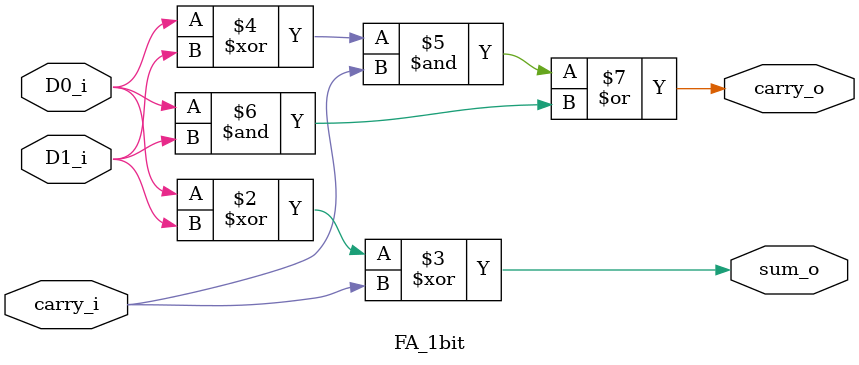
<source format=sv>
module FA_1bit(D0_i,D1_i,carry_i,sum_o,carry_o);
	input logic D0_i,D1_i,carry_i;
	output logic sum_o,carry_o;
	always_comb begin:proc_FA_1bit		
			sum_o = (D0_i^D1_i)^carry_i;
			carry_o = ((D0_i^D1_i)&carry_i)|(D0_i&D1_i);
			end
	endmodule: FA_1bit

</source>
